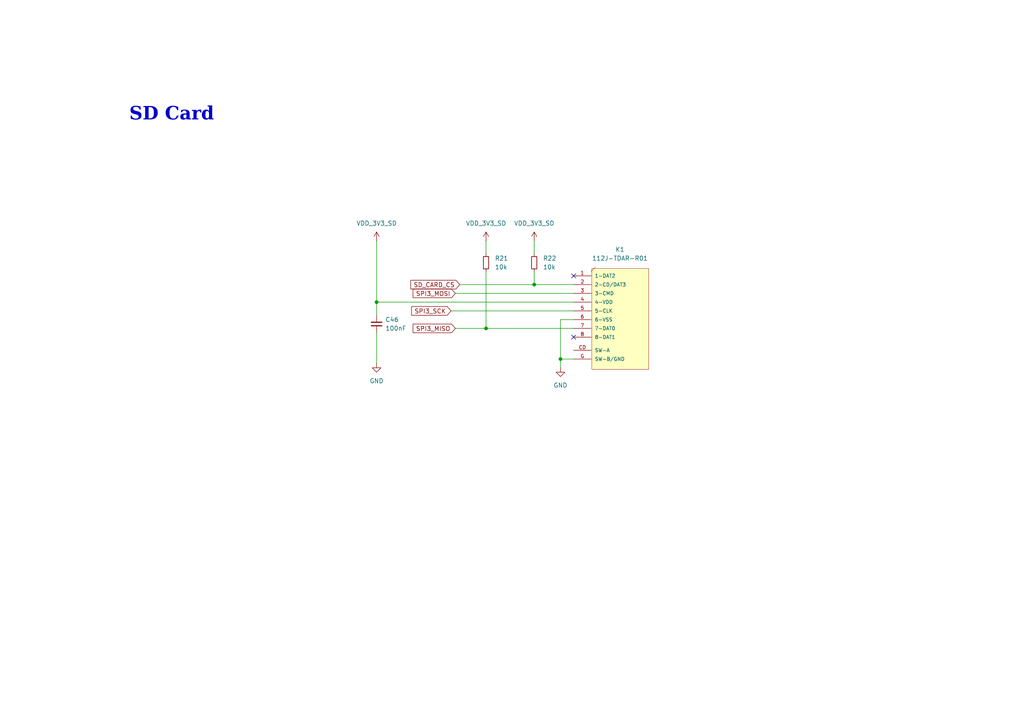
<source format=kicad_sch>
(kicad_sch (version 20250114) (generator "eeschema") (generator_version "9.0")
  (paper "A4")
  (lib_symbols
    (symbol "112J-TDAR-R01:112J-TDAR-R01" (pin_names (offset 1.016))
      (property "Reference" "K" (at 0 0 0))
      (property "Value" "112J-TDAR-R01" (at 0 0 0))
      (symbol "112J-TDAR-R01_0_0"
        (rectangle (start -10.3868 -14.3782) (end 6.1232 14.8318) (stroke (width 0.1)) (fill (type background)))
        (polyline (pts (xy 6.35 13.97) (xy 5.08 15.24)) (stroke (width 0.1)))
        (pin bidirectional line (at 11.43 12.7 180) (length 5.08) (name "1-DAT2") (number "1"))
        (pin bidirectional line (at 11.43 10.16 180) (length 5.08) (name "2-CD/DAT3") (number "2"))
        (pin bidirectional line (at 11.43 7.62 180) (length 5.08) (name "3-CMD") (number "3"))
        (pin bidirectional line (at 11.43 5.08 180) (length 5.08) (name "4-VDD") (number "4"))
        (pin bidirectional line (at 11.43 2.54 180) (length 5.08) (name "5-CLK") (number "5"))
        (pin bidirectional line (at 11.43 0 180) (length 5.08) (name "6-VSS") (number "6"))
        (pin bidirectional line (at 11.43 -2.54 180) (length 5.08) (name "7-DAT0") (number "7"))
        (pin bidirectional line (at 11.43 -5.08 180) (length 5.08) (name "8-DAT1") (number "8"))
        (pin bidirectional line (at 11.43 -8.89 180) (length 5.08) (name "SW-A") (number "CD"))
        (pin bidirectional line (at 11.43 -11.43 180) (length 5.08) (name "SW-B/GND") (number "G"))
      )
    )
    (symbol "Device:C_Small" (pin_numbers (hide yes)) (pin_names (offset 0.254) (hide yes))
      (property "Reference" "C" (at 0.254 1.778 0))
      (property "Value" "C_Small" (at 0.254 -2.032 0))
      (symbol "C_Small_0_1"
        (polyline (pts (xy -1.524 0.508) (xy 1.524 0.508)) (stroke (width 0.3048)))
        (polyline (pts (xy -1.524 -0.508) (xy 1.524 -0.508)) (stroke (width 0.3302)))
      )
      (symbol "C_Small_1_1"
        (pin passive line (at 0 2.54 270) (length 2.032) (name "~") (number "1"))
        (pin passive line (at 0 -2.54 90) (length 2.032) (name "~") (number "2"))
      )
    )
    (symbol "Device:R_Small" (pin_numbers (hide yes)) (pin_names (offset 0.254) (hide yes))
      (property "Reference" "R" (at 0.762 0.508 0))
      (property "Value" "R_Small" (at 0.762 -1.016 0))
      (symbol "R_Small_0_1"
        (rectangle (start -0.762 1.778) (end 0.762 -1.778) (stroke (width 0.2032)))
      )
      (symbol "R_Small_1_1"
        (pin passive line (at 0 2.54 270) (length 0.762) (name "~") (number "1"))
        (pin passive line (at 0 -2.54 90) (length 0.762) (name "~") (number "2"))
      )
    )
    (symbol "power:GND" (power) (pin_numbers (hide yes)) (pin_names (offset 0) (hide yes))
      (property "Value" "GND" (at 0 -3.81 0))
      (symbol "GND_0_1"
        (polyline (pts (xy 0 0) (xy 0 -1.27) (xy 1.27 -1.27) (xy 0 -2.54) (xy -1.27 -1.27) (xy 0 -1.27)))
      )
      (symbol "GND_1_1"
        (pin power_in line (at 0 0 270) (length 0) (name "~") (number "1"))
      )
    )
    (symbol "power:VCC" (power) (pin_numbers (hide yes)) (pin_names (offset 0) (hide yes))
      (property "Value" "VCC" (at 0 3.556 0))
      (symbol "VCC_0_1"
        (polyline (pts (xy -0.762 1.27) (xy 0 2.54)))
        (polyline (pts (xy 0 2.54) (xy 0.762 1.27)))
        (polyline (pts (xy 0 0) (xy 0 2.54)))
      )
      (symbol "VCC_1_1"
        (pin power_in line (at 0 0 90) (length 0) (name "~") (number "1"))
      )
    )
  )
  (text "SD Card" (at 49.784 34.29 0) (effects (font (size 3.81 3.81) (thickness 0.508) (bold yes))))
  (junction (at 140.97 95.25))
  (junction (at 162.56 104.14))
  (junction (at 154.94 82.55))
  (junction (at 109.22 87.63))
  (no_connect (at 166.37 97.79))
  (no_connect (at 166.37 80.01))
  (wire (pts (xy 166.37 92.71) (xy 162.56 92.71)))
  (wire (pts (xy 140.97 95.25) (xy 166.37 95.25)))
  (wire (pts (xy 166.37 82.55) (xy 154.94 82.55)))
  (wire (pts (xy 132.08 95.25) (xy 140.97 95.25)))
  (wire (pts (xy 132.08 85.09) (xy 166.37 85.09)))
  (wire (pts (xy 154.94 69.85) (xy 154.94 73.66)))
  (wire (pts (xy 154.94 78.74) (xy 154.94 82.55)))
  (wire (pts (xy 140.97 78.74) (xy 140.97 95.25)))
  (wire (pts (xy 140.97 69.85) (xy 140.97 73.66)))
  (wire (pts (xy 166.37 87.63) (xy 109.22 87.63)))
  (wire (pts (xy 162.56 92.71) (xy 162.56 104.14)))
  (wire (pts (xy 162.56 104.14) (xy 166.37 104.14)))
  (wire (pts (xy 109.22 105.41) (xy 109.22 96.52)))
  (wire (pts (xy 130.81 90.17) (xy 166.37 90.17)))
  (wire (pts (xy 133.35 82.55) (xy 154.94 82.55)))
  (wire (pts (xy 109.22 87.63) (xy 109.22 91.44)))
  (wire (pts (xy 162.56 106.68) (xy 162.56 104.14)))
  (wire (pts (xy 109.22 69.85) (xy 109.22 87.63)))
  (global_label "SPI3_MOSI" (shape input) (at 132.08 85.09 180) (property "Intersheetrefs" "${INTERSHEET_REFS}" (effects (hide yes))))
  (global_label "SPI3_SCK" (shape input) (at 130.81 90.17 180) (property "Intersheetrefs" "${INTERSHEET_REFS}" (effects (hide yes))))
  (global_label "SPI3_MISO" (shape input) (at 132.08 95.25 180) (property "Intersheetrefs" "${INTERSHEET_REFS}" (effects (hide yes))))
  (global_label "SD_CARD_CS" (shape input) (at 133.35 82.55 180) (property "Intersheetrefs" "${INTERSHEET_REFS}" (effects (hide yes))))
  (symbol (lib_id "power:VCC") (at 109.22 69.85 0) (unit 1)
    (property "Reference" "#PWR076" (effects (hide yes)))
    (property "Value" "VDD_3V3_SD" (at 109.22 64.77 0))
    (property "Description" "Power symbol creates a global label with name \"VCC\"" (effects (hide yes)))
  )
  (symbol (lib_id "power:GND") (at 109.22 105.41 0) (unit 1)
    (property "Reference" "#PWR077" (effects (hide yes)))
    (property "Value" "GND" (at 109.22 110.49 0))
    (property "Description" "Power symbol creates a global label with name \"GND\" , ground" (effects (hide yes)))
  )
  (symbol (lib_id "power:VCC") (at 154.94 69.85 0) (unit 1)
    (property "Reference" "#PWR079" (effects (hide yes)))
    (property "Value" "VDD_3V3_SD" (at 154.94 64.77 0))
    (property "Description" "Power symbol creates a global label with name \"VCC\"" (effects (hide yes)))
  )
  (symbol (lib_id "Device:C_Small") (at 109.22 93.98 180) (unit 1)
    (property "Reference" "C46" (at 111.76 92.7035 0) (effects (justify right)))
    (property "Value" "100nF" (at 111.76 95.2435 0) (effects (justify right)))
    (property "Footprint" "Capacitor_SMD:C_0402_1005Metric" (effects (hide yes)))
    (property "Description" "Unpolarized capacitor, small symbol" (effects (hide yes)))
  )
  (symbol (lib_id "power:VCC") (at 140.97 69.85 0) (unit 1)
    (property "Reference" "#PWR078" (effects (hide yes)))
    (property "Value" "VDD_3V3_SD" (at 140.97 64.77 0))
    (property "Description" "Power symbol creates a global label with name \"VCC\"" (effects (hide yes)))
  )
  (symbol (lib_id "Device:R_Small") (at 140.97 76.2 180) (unit 1)
    (property "Reference" "R21" (at 143.51 74.9299 0) (effects (justify right)))
    (property "Value" "10k" (at 143.51 77.4699 0) (effects (justify right)))
    (property "Footprint" "Resistor_SMD:R_0402_1005Metric" (effects (hide yes)))
    (property "Description" "Resistor, small symbol" (effects (hide yes)))
  )
  (symbol (lib_id "power:GND") (at 162.56 106.68 0) (unit 1)
    (property "Reference" "#PWR080" (effects (hide yes)))
    (property "Value" "GND" (at 162.56 111.76 0))
    (property "Description" "Power symbol creates a global label with name \"GND\" , ground" (effects (hide yes)))
  )
  (symbol (lib_id "Device:R_Small") (at 154.94 76.2 180) (unit 1)
    (property "Reference" "R22" (at 157.48 74.9299 0) (effects (justify right)))
    (property "Value" "10k" (at 157.48 77.4699 0) (effects (justify right)))
    (property "Footprint" "Resistor_SMD:R_0402_1005Metric" (effects (hide yes)))
    (property "Description" "Resistor, small symbol" (effects (hide yes)))
  )
  (symbol (lib_id "112J-TDAR-R01:112J-TDAR-R01") (at 177.8 92.71 0) (mirror y) (unit 1)
    (property "Reference" "K1" (at 179.8184 72.39 0))
    (property "Value" "112J-TDAR-R01" (at 179.8184 74.93 0))
    (property "Footprint" "112J-TDAR-R01:112J-TDAR-R01" (effects (hide yes)))
    (property "MF" "Attend" (effects (hide yes)))
    (property "Description_1" "9 (8 + 1) Position Card Connector Secure Digital - microSD™ Surface Mount, Right Angle Gold" (effects (hide yes)))
    (property "Package" "None" (effects (hide yes)))
    (property "Price" "None" (effects (hide yes)))
    (property "SnapEDA_Link" "https://www.snapeda.com/parts/112J-TDAR-R01/Attend/view-part/?ref=snap" (effects (hide yes)))
    (property "MP" "112J-TDAR-R01" (effects (hide yes)))
    (property "Availability" "In Stock" (effects (hide yes)))
    (property "Check_prices" "https://www.snapeda.com/parts/112J-TDAR-R01/Attend/view-part/?ref=eda" (effects (hide yes)))
  )
)
</source>
